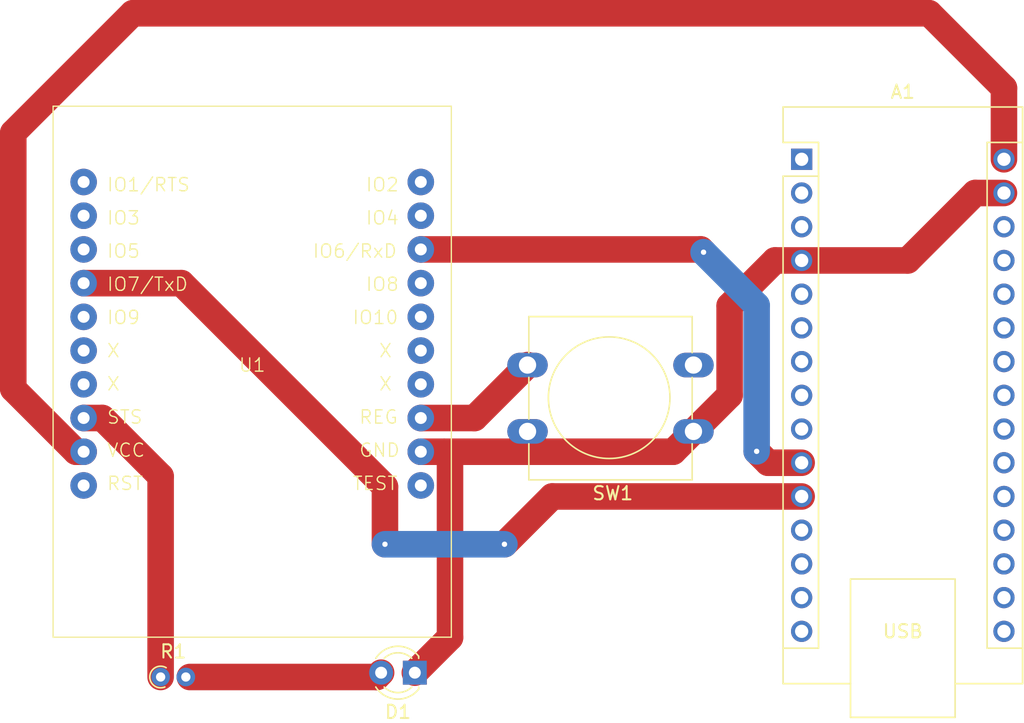
<source format=kicad_pcb>
(kicad_pcb (version 20221018) (generator pcbnew)
  (layers (0 "F.Cu" signal) (31 "B.Cu" signal) (34 "B.Paste" user) (35 "F.Paste" user) (36 "B.SilkS" user "B.Silkscreen") (37 "F.SilkS" user "F.Silkscreen") (38 "B.Mask" user) (39 "F.Mask" user) (44 "Edge.Cuts" user))
  (net 0 "")
  (net 1 "TXnano")
  (net 2 "RXnano")
  (net 4 "GND")
  (net 28 "+5V")
  (net 41 "Net-(D1-A)")
  (net 42 "Net-(U1-STATUS)")
  (net 43 "Net-(U1-REG)")
  (footprint "Resistor_THT:R_Axial_DIN0204_L3.6mm_D1.6mm_P1.90mm_Vertical" (layer "F.Cu") (at 139.1 113)
    (fp_text reference "R1" (at 0.95 -1.92) (layer "F.SilkS"))
    (fp_text value "R")
    (fp_arc (start 0.320095 0.749359) (mid -0.813042 -0.054435) (end 0.417133 -0.7) (stroke (width 0.12)) (layer "F.SilkS"))
    (pad "1" thru_hole circle (at 0 0) (size 1.4 1.4) (drill 0.7) (layers "*.Cu" "*.Mask") (net 42 "Net-(U1-STATUS)"))
    (pad "2" thru_hole oval (at 1.9 0) (size 1.4 1.4) (drill 0.7) (layers "*.Cu" "*.Mask") (net 41 "Net-(D1-A)"))
  )
  (footprint "interplan:IM920c-ADP_1" (layer "F.Cu") (at 146 90)
    (fp_text reference "U1" (at 0 -0.5 unlocked) (layer "F.SilkS") (effects (font (thickness 0.1))))
    (fp_text value "IM920cL")
    (fp_text user "IO4" (at 8.5 -11 unlocked) (layer "F.SilkS") (effects (font (thickness 0.1)) (justify left bottom)))
    (fp_text user "IO9" (at -11 -3.5 unlocked) (layer "F.SilkS") (effects (font (thickness 0.1)) (justify left bottom)))
    (fp_text user "VCC" (at -11 6.5 unlocked) (layer "F.SilkS") (effects (font (thickness 0.1)) (justify left bottom)))
    (fp_text user "IO2" (at 8.5 -13.5 unlocked) (layer "F.SilkS") (effects (font (thickness 0.1)) (justify left bottom)))
    (fp_text user "IO6/RxD" (at 4.5 -8.5 unlocked) (layer "F.SilkS") (effects (font (thickness 0.1)) (justify left bottom)))
    (fp_text user "REG" (at 8 4 unlocked) (layer "F.SilkS") (effects (font (thickness 0.1)) (justify left bottom)))
    (fp_text user "X" (at -11 1.5 unlocked) (layer "F.SilkS") (effects (font (thickness 0.1)) (justify left bottom)))
    (fp_text user "IO7/TxD" (at -11 -6 unlocked) (layer "F.SilkS") (effects (font (thickness 0.1)) (justify left bottom)))
    (fp_text user "STS" (at -11 4 unlocked) (layer "F.SilkS") (effects (font (thickness 0.1)) (justify left bottom)))
    (fp_text user "IO8" (at 8.5 -6 unlocked) (layer "F.SilkS") (effects (font (thickness 0.1)) (justify left bottom)))
    (fp_text user "IO1/RTS" (at -11 -13.5 unlocked) (layer "F.SilkS") (effects (font (thickness 0.1)) (justify left bottom)))
    (fp_text user "X" (at -11 -1 unlocked) (layer "F.SilkS") (effects (font (thickness 0.1)) (justify left bottom)))
    (fp_text user "RST" (at -11 9 unlocked) (layer "F.SilkS") (effects (font (thickness 0.1)) (justify left bottom)))
    (fp_text user "IO10" (at 7.5 -3.5 unlocked) (layer "F.SilkS") (effects (font (thickness 0.1)) (justify left bottom)))
    (fp_text user "X" (at 9.5 1.5 unlocked) (layer "F.SilkS") (effects (font (thickness 0.1)) (justify left bottom)))
    (fp_text user "IO5" (at -11 -8.5 unlocked) (layer "F.SilkS") (effects (font (thickness 0.1)) (justify left bottom)))
    (fp_text user "TEST" (at 7.5 9 unlocked) (layer "F.SilkS") (effects (font (thickness 0.1)) (justify left bottom)))
    (fp_text user "X" (at 9.5 -1 unlocked) (layer "F.SilkS") (effects (font (thickness 0.1)) (justify left bottom)))
    (fp_text user "GND" (at 8 6.5 unlocked) (layer "F.SilkS") (effects (font (thickness 0.1)) (justify left bottom)))
    (fp_text user "IO3" (at -11 -11 unlocked) (layer "F.SilkS") (effects (font (thickness 0.1)) (justify left bottom)))
    (fp_line (start -15 -20) (end 15 -20) (stroke (width 0.1)) (layer "F.SilkS"))
    (fp_line (start -15 20) (end -15 -20) (stroke (width 0.1)) (layer "F.SilkS"))
    (fp_line (start -15 20) (end 15 20) (stroke (width 0.1)) (layer "F.SilkS"))
    (fp_line (start 15 20) (end 15 -20) (stroke (width 0.1)) (layer "F.SilkS"))
    (pad "1" thru_hole circle (at -12.7 -14.29) (size 2 2) (drill 0.9) (layers "*.Cu" "*.Mask"))
    (pad "2" thru_hole circle (at 12.7 -14.29) (size 2 2) (drill 0.9) (layers "*.Cu" "*.Mask"))
    (pad "3" thru_hole circle (at -12.7 -11.75) (size 2 2) (drill 0.9) (layers "*.Cu" "*.Mask"))
    (pad "4" thru_hole circle (at 12.7 -11.75) (size 2 2) (drill 0.9) (layers "*.Cu" "*.Mask"))
    (pad "5" thru_hole circle (at -12.7 -9.21) (size 2 2) (drill 0.9) (layers "*.Cu" "*.Mask"))
    (pad "6" thru_hole circle (at 12.7 -9.21) (size 2 2) (drill 0.9) (layers "*.Cu" "*.Mask") (net 1 "TXnano"))
    (pad "7" thru_hole circle (at -12.7 -6.67) (size 2 2) (drill 0.9) (layers "*.Cu" "*.Mask") (net 2 "RXnano"))
    (pad "8" thru_hole circle (at 12.7 -6.67) (size 2 2) (drill 0.9) (layers "*.Cu" "*.Mask"))
    (pad "9" thru_hole circle (at -12.7 -4.13) (size 2 2) (drill 0.9) (layers "*.Cu" "*.Mask"))
    (pad "10" thru_hole circle (at 12.7 -4.13) (size 2 2) (drill 0.9) (layers "*.Cu" "*.Mask"))
    (pad "11" thru_hole circle (at -12.7 -1.59) (size 2 2) (drill 0.9) (layers "*.Cu" "*.Mask"))
    (pad "12" thru_hole circle (at 12.7 -1.59) (size 2 2) (drill 0.9) (layers "*.Cu" "*.Mask"))
    (pad "13" thru_hole circle (at -12.7 0.95) (size 2 2) (drill 0.9) (layers "*.Cu" "*.Mask"))
    (pad "14" thru_hole circle (at 12.7 0.95) (size 2 2) (drill 0.9) (layers "*.Cu" "*.Mask"))
    (pad "15" thru_hole circle (at -12.7 3.49) (size 2 2) (drill 0.9) (layers "*.Cu" "*.Mask") (net 42 "Net-(U1-STATUS)"))
    (pad "16" thru_hole circle (at 12.7 3.49) (size 2 2) (drill 0.9) (layers "*.Cu" "*.Mask") (net 43 "Net-(U1-REG)"))
    (pad "17" thru_hole circle (at -12.7 6.03) (size 2 2) (drill 0.9) (layers "*.Cu" "*.Mask") (net 28 "+5V"))
    (pad "18" thru_hole circle (at 12.7 6.03) (size 2 2) (drill 0.9) (layers "*.Cu" "*.Mask") (net 4 "GND"))
    (pad "19" thru_hole circle (at -12.7 8.57) (size 2 2) (drill 0.9) (layers "*.Cu" "*.Mask"))
    (pad "20" thru_hole circle (at 12.7 8.57) (size 2 2) (drill 0.9) (layers "*.Cu" "*.Mask"))
  )
  (footprint "Button_Switch_THT:SW_PUSH-12mm" (layer "F.Cu") (at 179.24 94.5 180)
    (fp_text reference "SW1" (at 6.08 -4.66) (layer "F.SilkS"))
    (fp_text value "SW_DIP_x01")
    (fp_line (start 0.1 -3.65) (end 12.4 -3.65) (stroke (width 0.12)) (layer "F.SilkS"))
    (fp_line (start 0.1 -0.93) (end 0.1 -3.65) (stroke (width 0.12)) (layer "F.SilkS"))
    (fp_line (start 0.1 4.07) (end 0.1 0.93) (stroke (width 0.12)) (layer "F.SilkS"))
    (fp_line (start 0.1 8.65) (end 0.1 5.93) (stroke (width 0.12)) (layer "F.SilkS"))
    (fp_line (start 12.4 -3.65) (end 12.4 -0.93) (stroke (width 0.12)) (layer "F.SilkS"))
    (fp_line (start 12.4 0.93) (end 12.4 4.07) (stroke (width 0.12)) (layer "F.SilkS"))
    (fp_line (start 12.4 5.93) (end 12.4 8.65) (stroke (width 0.12)) (layer "F.SilkS"))
    (fp_line (start 12.4 8.65) (end 0.1 8.65) (stroke (width 0.12)) (layer "F.SilkS"))
    (fp_circle (center 6.35 2.54) (end 10.16 5.08) (stroke (width 0.12)) (fill none) (layer "F.SilkS"))
    (pad "1" thru_hole oval (at 0 0 180) (size 3.048 1.85) (drill 1.3) (layers "*.Cu" "*.Mask") (net 4 "GND"))
    (pad "1" thru_hole oval (at 12.5 0 180) (size 3.048 1.85) (drill 1.3) (layers "*.Cu" "*.Mask") (net 4 "GND"))
    (pad "2" thru_hole oval (at 0 5 180) (size 3.048 1.85) (drill 1.3) (layers "*.Cu" "*.Mask") (net 43 "Net-(U1-REG)"))
    (pad "2" thru_hole oval (at 12.5 5 180) (size 3.048 1.85) (drill 1.3) (layers "*.Cu" "*.Mask") (net 43 "Net-(U1-REG)"))
  )
  (footprint "LED_THT:LED_D3.0mm" (layer "F.Cu") (at 158.25 112.675 180)
    (fp_text reference "D1" (at 1.27 -2.96 180) (layer "F.SilkS"))
    (fp_text value "LED")
    (fp_line (start -0.29 -1.236) (end -0.29 -1.08) (stroke (width 0.12)) (layer "F.SilkS"))
    (fp_line (start -0.29 1.08) (end -0.29 1.236) (stroke (width 0.12)) (layer "F.SilkS"))
    (fp_arc (start -0.29 -1.235516) (mid 1.366487 -1.987659) (end 2.942335 -1.078608) (stroke (width 0.12)) (layer "F.SilkS"))
    (fp_arc (start 0.229039 -1.08) (mid 1.270117 -1.5) (end 2.31113 -1.079837) (stroke (width 0.12)) (layer "F.SilkS"))
    (fp_arc (start 2.31113 1.079837) (mid 1.270117 1.5) (end 0.229039 1.08) (stroke (width 0.12)) (layer "F.SilkS"))
    (fp_arc (start 2.942335 1.078608) (mid 1.366487 1.987659) (end -0.29 1.235516) (stroke (width 0.12)) (layer "F.SilkS"))
    (pad "1" thru_hole rect (at 0 0 180) (size 1.8 1.8) (drill 0.9) (layers "*.Cu" "*.Mask") (net 4 "GND"))
    (pad "2" thru_hole circle (at 2.54 0 180) (size 1.8 1.8) (drill 0.9) (layers "*.Cu" "*.Mask") (net 41 "Net-(D1-A)"))
  )
  (footprint "Module:Arduino_Nano" (layer "F.Cu") (at 187.39 74)
    (fp_text reference "A1" (at 7.62 -5.08) (layer "F.SilkS"))
    (fp_text value "Arduino_Nano_Every")
    (fp_text user "USB" (at 7.62 35.56 unlocked) (layer "F.SilkS"))
    (fp_line (start -1.4 -3.94) (end -1.4 -1.27) (stroke (width 0.12)) (layer "F.SilkS"))
    (fp_line (start -1.4 1.27) (end -1.4 39.5) (stroke (width 0.12)) (layer "F.SilkS"))
    (fp_line (start -1.4 39.5) (end 3.68 39.5) (stroke (width 0.12)) (layer "F.SilkS"))
    (fp_line (start 1.27 -1.27) (end -1.4 -1.27) (stroke (width 0.12)) (layer "F.SilkS"))
    (fp_line (start 1.27 1.27) (end -1.4 1.27) (stroke (width 0.12)) (layer "F.SilkS"))
    (fp_line (start 1.27 1.27) (end 1.27 -1.27) (stroke (width 0.12)) (layer "F.SilkS"))
    (fp_line (start 1.27 1.27) (end 1.27 36.83) (stroke (width 0.12)) (layer "F.SilkS"))
    (fp_line (start 1.27 36.83) (end -1.4 36.83) (stroke (width 0.12)) (layer "F.SilkS"))
    (fp_line (start 3.68 31.62) (end 11.56 31.62) (stroke (width 0.12)) (layer "F.SilkS"))
    (fp_line (start 3.68 42.04) (end 3.68 31.62) (stroke (width 0.12)) (layer "F.SilkS"))
    (fp_line (start 11.56 31.62) (end 11.56 42.04) (stroke (width 0.12)) (layer "F.SilkS"))
    (fp_line (start 11.56 42.04) (end 3.68 42.04) (stroke (width 0.12)) (layer "F.SilkS"))
    (fp_line (start 13.97 -1.27) (end 13.97 36.83) (stroke (width 0.12)) (layer "F.SilkS"))
    (fp_line (start 13.97 -1.27) (end 16.64 -1.27) (stroke (width 0.12)) (layer "F.SilkS"))
    (fp_line (start 13.97 36.83) (end 16.64 36.83) (stroke (width 0.12)) (layer "F.SilkS"))
    (fp_line (start 16.64 -3.94) (end -1.4 -3.94) (stroke (width 0.12)) (layer "F.SilkS"))
    (fp_line (start 16.64 39.5) (end 11.56 39.5) (stroke (width 0.12)) (layer "F.SilkS"))
    (fp_line (start 16.64 39.5) (end 16.64 -3.94) (stroke (width 0.12)) (layer "F.SilkS"))
    (pad "1" thru_hole rect (at 0 0) (size 1.6 1.6) (drill 1) (layers "*.Cu" "*.Mask"))
    (pad "2" thru_hole oval (at 0 2.54) (size 1.6 1.6) (drill 1) (layers "*.Cu" "*.Mask"))
    (pad "3" thru_hole oval (at 0 5.08) (size 1.6 1.6) (drill 1) (layers "*.Cu" "*.Mask"))
    (pad "4" thru_hole oval (at 0 7.62) (size 1.6 1.6) (drill 1) (layers "*.Cu" "*.Mask") (net 4 "GND"))
    (pad "5" thru_hole oval (at 0 10.16) (size 1.6 1.6) (drill 1) (layers "*.Cu" "*.Mask"))
    (pad "6" thru_hole oval (at 0 12.7) (size 1.6 1.6) (drill 1) (layers "*.Cu" "*.Mask"))
    (pad "7" thru_hole oval (at 0 15.24) (size 1.6 1.6) (drill 1) (layers "*.Cu" "*.Mask"))
    (pad "8" thru_hole oval (at 0 17.78) (size 1.6 1.6) (drill 1) (layers "*.Cu" "*.Mask"))
    (pad "9" thru_hole oval (at 0 20.32) (size 1.6 1.6) (drill 1) (layers "*.Cu" "*.Mask"))
    (pad "10" thru_hole oval (at 0 22.86) (size 1.6 1.6) (drill 1) (layers "*.Cu" "*.Mask") (net 1 "TXnano"))
    (pad "11" thru_hole oval (at 0 25.4) (size 1.6 1.6) (drill 1) (layers "*.Cu" "*.Mask") (net 2 "RXnano"))
    (pad "12" thru_hole oval (at 0 27.94) (size 1.6 1.6) (drill 1) (layers "*.Cu" "*.Mask"))
    (pad "13" thru_hole oval (at 0 30.48) (size 1.6 1.6) (drill 1) (layers "*.Cu" "*.Mask"))
    (pad "14" thru_hole oval (at 0 33.02) (size 1.6 1.6) (drill 1) (layers "*.Cu" "*.Mask"))
    (pad "15" thru_hole oval (at 0 35.56) (size 1.6 1.6) (drill 1) (layers "*.Cu" "*.Mask"))
    (pad "16" thru_hole oval (at 15.24 35.56) (size 1.6 1.6) (drill 1) (layers "*.Cu" "*.Mask"))
    (pad "17" thru_hole oval (at 15.24 33.02) (size 1.6 1.6) (drill 1) (layers "*.Cu" "*.Mask"))
    (pad "18" thru_hole oval (at 15.24 30.48) (size 1.6 1.6) (drill 1) (layers "*.Cu" "*.Mask"))
    (pad "19" thru_hole oval (at 15.24 27.94) (size 1.6 1.6) (drill 1) (layers "*.Cu" "*.Mask"))
    (pad "20" thru_hole oval (at 15.24 25.4) (size 1.6 1.6) (drill 1) (layers "*.Cu" "*.Mask"))
    (pad "21" thru_hole oval (at 15.24 22.86) (size 1.6 1.6) (drill 1) (layers "*.Cu" "*.Mask"))
    (pad "22" thru_hole oval (at 15.24 20.32) (size 1.6 1.6) (drill 1) (layers "*.Cu" "*.Mask"))
    (pad "23" thru_hole oval (at 15.24 17.78) (size 1.6 1.6) (drill 1) (layers "*.Cu" "*.Mask"))
    (pad "24" thru_hole oval (at 15.24 15.24) (size 1.6 1.6) (drill 1) (layers "*.Cu" "*.Mask"))
    (pad "25" thru_hole oval (at 15.24 12.7) (size 1.6 1.6) (drill 1) (layers "*.Cu" "*.Mask"))
    (pad "26" thru_hole oval (at 15.24 10.16) (size 1.6 1.6) (drill 1) (layers "*.Cu" "*.Mask"))
    (pad "27" thru_hole oval (at 15.24 7.62) (size 1.6 1.6) (drill 1) (layers "*.Cu" "*.Mask"))
    (pad "28" thru_hole oval (at 15.24 5.08) (size 1.6 1.6) (drill 1) (layers "*.Cu" "*.Mask"))
    (pad "29" thru_hole oval (at 15.24 2.54) (size 1.6 1.6) (drill 1) (layers "*.Cu" "*.Mask") (net 4 "GND"))
    (pad "30" thru_hole oval (at 15.24 0) (size 1.6 1.6) (drill 1) (layers "*.Cu" "*.Mask") (net 28 "+5V"))
  )
  (segment (start 158.7 80.79) (end 179.79 80.79) (width 2) (layer "F.Cu") (net 1))
  (segment (start 184.86 96.86) (end 187.39 96.86) (width 2) (layer "F.Cu") (net 1))
  (segment (start 184 96) (end 184.86 96.86) (width 2) (layer "F.Cu") (net 1))
  (segment (start 179.79 80.79) (end 180 81) (width 2) (layer "F.Cu") (net 1))
  (via (at 184 96) (size 0.8) (drill 0.4) (layers "F.Cu" "B.Cu") (net 1))
  (via (at 180 81) (size 0.8) (drill 0.4) (layers "F.Cu" "B.Cu") (net 1))
  (segment (start 180 81) (end 184 85) (width 2) (layer "B.Cu") (net 1))
  (segment (start 184 85) (end 184 96) (width 2) (layer "B.Cu") (net 1))
  (segment (start 140.67 83.33) (end 156 98.66) (width 2) (layer "F.Cu") (net 2))
  (segment (start 156 98.66) (end 156 103) (width 2) (layer "F.Cu") (net 2))
  (segment (start 140.67 83.33) (end 133.3 83.33) (width 2) (layer "F.Cu") (net 2))
  (segment (start 165 103) (end 168.6 99.4) (width 2) (layer "F.Cu") (net 2))
  (segment (start 168.6 99.4) (end 187.39 99.4) (width 2) (layer "F.Cu") (net 2))
  (via (at 156 103) (size 0.8) (drill 0.4) (layers "F.Cu" "B.Cu") (net 2))
  (via (at 165 103) (size 0.8) (drill 0.4) (layers "F.Cu" "B.Cu") (net 2))
  (segment (start 156 103) (end 165 103) (width 2) (layer "B.Cu") (net 2))
  (segment (start 181.964 85.036) (end 181.964 91.776) (width 2) (layer "F.Cu") (net 4))
  (segment (start 202.63 76.54) (end 200.46 76.54) (width 2) (layer "F.Cu") (net 4))
  (segment (start 181.964 91.776) (end 177.71 96.03) (width 2) (layer "F.Cu") (net 4))
  (segment (start 200.46 76.54) (end 195.38 81.62) (width 2) (layer "F.Cu") (net 4))
  (segment (start 195.38 81.62) (end 185.38 81.62) (width 2) (layer "F.Cu") (net 4))
  (segment (start 177.71 96.03) (end 160.45863 96.03) (width 2) (layer "F.Cu") (net 4))
  (segment (start 185.38 81.62) (end 181.964 85.036) (width 2) (layer "F.Cu") (net 4))
  (segment (start 160.9 110.025) (end 160.9 96.47137) (width 2) (layer "F.Cu") (net 4))
  (segment (start 158.25 112.675) (end 160.9 110.025) (width 2) (layer "F.Cu") (net 4))
  (segment (start 160.9 96.47137) (end 160.45863 96.03) (width 2) (layer "F.Cu") (net 4))
  (segment (start 160.45863 96.03) (end 158.7 96.03) (width 2) (layer "F.Cu") (net 4))
  (segment (start 128 91.30127) (end 132.72873 96.03) (width 2) (layer "F.Cu") (net 28))
  (segment (start 128 72) (end 128 91.30127) (width 2) (layer "F.Cu") (net 28))
  (segment (start 132.72873 96.03) (end 133.3 96.03) (width 2) (layer "F.Cu") (net 28))
  (segment (start 202.63 68.63) (end 197 63) (width 2) (layer "F.Cu") (net 28))
  (segment (start 202.63 74) (end 202.63 68.63) (width 2) (layer "F.Cu") (net 28))
  (segment (start 137 63) (end 128 72) (width 2) (layer "F.Cu") (net 28))
  (segment (start 197 63) (end 137 63) (width 2) (layer "F.Cu") (net 28))
  (segment (start 155.385 113) (end 141.3 113) (width 2) (layer "F.Cu") (net 41))
  (segment (start 155.71 112.675) (end 155.385 113) (width 2) (layer "F.Cu") (net 41))
  (segment (start 134.714213 93.49) (end 139.1 97.875787) (width 2) (layer "F.Cu") (net 42))
  (segment (start 139.1 97.875787) (end 139.1 113) (width 2) (layer "F.Cu") (net 42))
  (segment (start 133.3 93.49) (end 134.714213 93.49) (width 2) (layer "F.Cu") (net 42))
  (segment (start 162.75 93.49) (end 166.74 89.5) (width 2) (layer "F.Cu") (net 43))
  (segment (start 158.7 93.49) (end 162.75 93.49) (width 2) (layer "F.Cu") (net 43))
)
</source>
